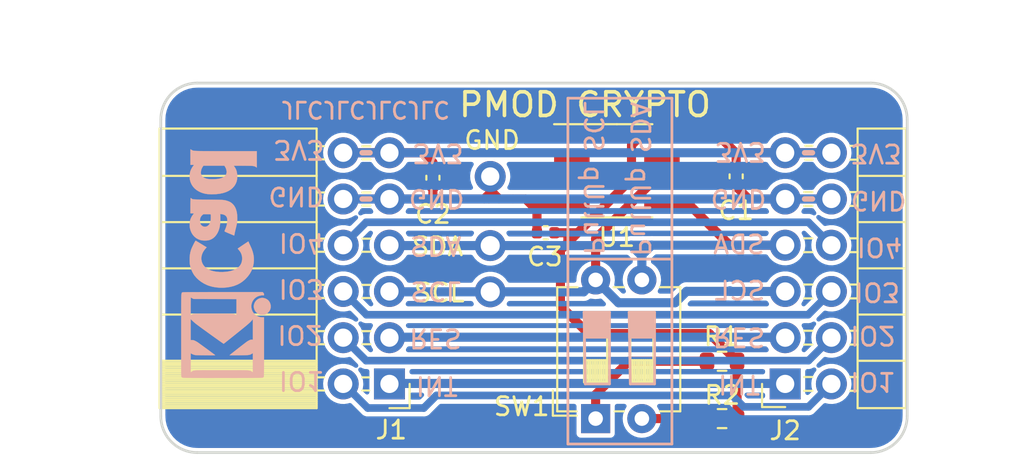
<source format=kicad_pcb>
(kicad_pcb (version 20211014) (generator pcbnew)
  (title_block (title "iCEBreaker PMOD - Hyperram") (rev "V1.0b") (company "1BitSquared") (comment 1 "2018 (C) 1BitSquared <info@1bitsquared.com>") (comment 2 "2018 (C) Piotr Esden-Tempski <piotr@esden.net>") (comment 3 "License: CC-BY-SA 4.0"))
  (layers (0 "F.Cu" signal) (31 "B.Cu" signal) (34 "B.Paste" user) (35 "F.Paste" user) (36 "B.SilkS" user "B.Silkscreen") (37 "F.SilkS" user "F.Silkscreen") (38 "B.Mask" user) (39 "F.Mask" user) (44 "Edge.Cuts" user))
  (net 0 "")
  (net 1 "GND")
  (net 2 "+3V3")
  (net 3 "Net-(R2-Pad2)")
  (net 4 "/SDA")
  (net 5 "/SCL")
  (net 6 "/IO4")
  (net 7 "/IO3")
  (net 8 "/IO2")
  (net 9 "/RESET")
  (net 10 "/IO1")
  (net 11 "/INT")
  (net 12 "Net-(R1-Pad2)")
  (footprint "Capacitor_SMD:C_0402_1005Metric" (layer "F.Cu") (at 187.8656 70.5684 -90)
    (fp_text reference "C1" (at 1.8796 0 180) (layer "F.SilkS"))
    (fp_text value "0.1uF")
    (pad "1" smd roundrect (at -0.48 0 270) (size 0.56 0.62) (layers "F.Cu" "F.Paste" "F.Mask") (net 2 "+3V3"))
    (pad "2" smd roundrect (at 0.48 0 270) (size 0.56 0.62) (layers "F.Cu" "F.Paste" "F.Mask") (net 1 "GND"))
  )
  (footprint "Resistor_SMD:R_0603_1608Metric" (layer "F.Cu") (at 187.0909 83.878 180)
    (fp_text reference "R2" (at -0.0127 1.2827) (layer "F.SilkS"))
    (fp_text value "4.7K")
    (pad "1" smd roundrect (at -0.825 0 180) (size 0.8 0.95) (layers "F.Cu" "F.Paste" "F.Mask") (net 2 "+3V3"))
    (pad "2" smd roundrect (at 0.825 0 180) (size 0.8 0.95) (layers "F.Cu" "F.Paste" "F.Mask") (net 3 "Net-(R2-Pad2)"))
  )
  (footprint "Resistor_SMD:R_0603_1608Metric" (layer "F.Cu") (at 187.0909 80.7284 180)
    (fp_text reference "R1" (at 0.0254 1.3589) (layer "F.SilkS"))
    (fp_text value "4.7K")
    (pad "1" smd roundrect (at -0.825 0 180) (size 0.8 0.95) (layers "F.Cu" "F.Paste" "F.Mask") (net 2 "+3V3"))
    (pad "2" smd roundrect (at 0.825 0 180) (size 0.8 0.95) (layers "F.Cu" "F.Paste" "F.Mask") (net 12 "Net-(R1-Pad2)"))
  )
  (footprint "FM4DD:PMODHeader_2x06_P2.54mm_Horizontal" (layer "F.Cu") (at 190.558 69.273)
    (fp_text reference "J2" (at 0 15.2654) (layer "F.SilkS"))
    (fp_text value "PMOD_02x06")
    (pad "1" thru_hole rect locked (at 0 12.7) (size 1.7 1.7) (drill 1) (layers *.Cu *.Mask) (net 11 "/INT"))
    (pad "2" thru_hole oval locked (at 0 10.16) (size 1.7 1.7) (drill 1) (layers *.Cu *.Mask) (net 9 "/RESET"))
    (pad "3" thru_hole oval locked (at 0 7.62) (size 1.7 1.7) (drill 1) (layers *.Cu *.Mask) (net 5 "/SCL"))
    (pad "4" thru_hole oval locked (at 0 5.08) (size 1.7 1.7) (drill 1) (layers *.Cu *.Mask) (net 4 "/SDA"))
    (pad "5" thru_hole oval locked (at 0 2.54) (size 1.7 1.7) (drill 1) (layers *.Cu *.Mask) (net 1 "GND"))
    (pad "6" thru_hole circle locked (at 0 0) (size 1.7 1.7) (drill 1) (layers *.Cu *.Mask) (net 2 "+3V3"))
    (pad "7" thru_hole circle locked (at 2.54 12.7) (size 1.7 1.7) (drill 1) (layers *.Cu *.Mask) (net 10 "/IO1"))
    (pad "8" thru_hole oval locked (at 2.54 10.16) (size 1.7 1.7) (drill 1) (layers *.Cu *.Mask) (net 8 "/IO2"))
    (pad "9" thru_hole oval locked (at 2.54 7.62) (size 1.7 1.7) (drill 1) (layers *.Cu *.Mask) (net 7 "/IO3"))
    (pad "10" thru_hole oval locked (at 2.54 5.08) (size 1.7 1.7) (drill 1) (layers *.Cu *.Mask) (net 6 "/IO4"))
    (pad "11" thru_hole oval locked (at 2.54 2.54) (size 1.7 1.7) (drill 1) (layers *.Cu *.Mask) (net 1 "GND"))
    (pad "12" thru_hole oval locked (at 2.54 0) (size 1.7 1.7) (drill 1) (layers *.Cu *.Mask) (net 2 "+3V3"))
  )
  (footprint "FM4DD:JLCPCB_Order_Number_Placeholder" (layer "F.Cu") (at 165.6152 66.5044)
    (fp_text reference "Ref**" hide)
    (fp_text value "JLCPCB_Order_Number_Placeholder")
    (fp_text user "JLCJLCJLCJLC" (at 1.8848 0.3956 180 unlocked) (layer "B.SilkS") (effects (font (size 0.9 0.9)) (justify mirror)))
  )
  (footprint "FM4DD:TestPoint_PinHeader_1x01_P2.54mm_Vertical" (layer "F.Cu") (at 174.3528 70.575)
    (fp_text reference "TP1" hide)
    (fp_text value "TestPoint_Conn_01x01")
    (pad "1" thru_hole circle locked (at 0 0) (size 1.7 1.7) (drill 1) (layers *.Cu *.Mask) (net 1 "GND"))
  )
  (footprint "FM4DD:PMODPinSocket_2x06_P2.54mm_Horizontal" (layer "F.Cu") (at 158.6556 81.973 180)
    (fp_text reference "J1" (at -10.2616 -2.5273) (layer "F.SilkS"))
    (fp_text value "PMOD_02x06")
    (pad "1" thru_hole rect locked (at -10.16 0 180) (size 1.7 1.7) (drill 1) (layers *.Cu *.Mask) (net 11 "/INT"))
    (pad "2" thru_hole oval locked (at -10.16 2.54 180) (size 1.7 1.7) (drill 1) (layers *.Cu *.Mask) (net 9 "/RESET"))
    (pad "3" thru_hole oval locked (at -10.16 5.08 180) (size 1.7 1.7) (drill 1) (layers *.Cu *.Mask) (net 5 "/SCL"))
    (pad "4" thru_hole oval locked (at -10.16 7.62 180) (size 1.7 1.7) (drill 1) (layers *.Cu *.Mask) (net 4 "/SDA"))
    (pad "5" thru_hole oval locked (at -10.16 10.16 180) (size 1.7 1.7) (drill 1) (layers *.Cu *.Mask) (net 1 "GND"))
    (pad "6" thru_hole oval locked (at -10.16 12.7 180) (size 1.7 1.7) (drill 1) (layers *.Cu *.Mask) (net 2 "+3V3"))
    (pad "7" thru_hole oval locked (at -7.62 0 180) (size 1.7 1.7) (drill 1) (layers *.Cu *.Mask) (net 10 "/IO1"))
    (pad "8" thru_hole oval locked (at -7.62 2.54 180) (size 1.7 1.7) (drill 1) (layers *.Cu *.Mask) (net 8 "/IO2"))
    (pad "9" thru_hole oval locked (at -7.62 5.08 180) (size 1.7 1.7) (drill 1) (layers *.Cu *.Mask) (net 7 "/IO3"))
    (pad "10" thru_hole oval locked (at -7.62 7.62 180) (size 1.7 1.7) (drill 1) (layers *.Cu *.Mask) (net 6 "/IO4"))
    (pad "11" thru_hole oval locked (at -7.62 10.16 180) (size 1.7 1.7) (drill 1) (layers *.Cu *.Mask) (net 1 "GND"))
    (pad "12" thru_hole oval locked (at -7.62 12.7 180) (size 1.7 1.7) (drill 1) (layers *.Cu *.Mask) (net 2 "+3V3"))
  )
  (footprint "Capacitor_SMD:C_0402_1005Metric" (layer "F.Cu") (at 171.2032 70.6446 -90)
    (fp_text reference "C2" (at 2.0066 0 180) (layer "F.SilkS"))
    (fp_text value "0.1uF")
    (pad "1" smd roundrect (at -0.48 0 270) (size 0.56 0.62) (layers "F.Cu" "F.Paste" "F.Mask") (net 2 "+3V3"))
    (pad "2" smd roundrect (at 0.48 0 270) (size 0.56 0.62) (layers "F.Cu" "F.Paste" "F.Mask") (net 1 "GND"))
  )
  (footprint "Capacitor_SMD:C_0402_1005Metric" (layer "F.Cu") (at 177.4008 73.6672 180)
    (fp_text reference "C3" (at 0.0508 -1.3208) (layer "F.SilkS"))
    (fp_text value "0.1uF")
    (pad "1" smd roundrect (at -0.48 0 180) (size 0.56 0.62) (layers "F.Cu" "F.Paste" "F.Mask") (net 2 "+3V3"))
    (pad "2" smd roundrect (at 0.48 0 180) (size 0.56 0.62) (layers "F.Cu" "F.Paste" "F.Mask") (net 1 "GND"))
  )
  (footprint "Package_SO:SOIC-8_3.9x4.9mm_P1.27mm" (layer "F.Cu") (at 181.3124 70.2636)
    (fp_text reference "U1" (at 0 3.6576) (layer "F.SilkS"))
    (fp_text value "ATECC508A")
    (pad "1" smd roundrect (at -2.475 -1.905) (size 1.95 0.6) (layers "F.Cu" "F.Paste" "F.Mask"))
    (pad "2" smd roundrect (at -2.475 -0.635) (size 1.95 0.6) (layers "F.Cu" "F.Paste" "F.Mask"))
    (pad "3" smd roundrect (at -2.475 0.635) (size 1.95 0.6) (layers "F.Cu" "F.Paste" "F.Mask"))
    (pad "4" smd roundrect (at -2.475 1.905) (size 1.95 0.6) (layers "F.Cu" "F.Paste" "F.Mask") (net 1 "GND"))
    (pad "5" smd roundrect (at 2.475 1.905) (size 1.95 0.6) (layers "F.Cu" "F.Paste" "F.Mask") (net 4 "/SDA"))
    (pad "6" smd roundrect (at 2.475 0.635) (size 1.95 0.6) (layers "F.Cu" "F.Paste" "F.Mask") (net 5 "/SCL"))
    (pad "7" smd roundrect (at 2.475 -0.635) (size 1.95 0.6) (layers "F.Cu" "F.Paste" "F.Mask"))
    (pad "8" smd roundrect (at 2.475 -1.905) (size 1.95 0.6) (layers "F.Cu" "F.Paste" "F.Mask") (net 2 "+3V3"))
  )
  (footprint "Button_Switch_THT:SW_DIP_SPSTx02_Slide_6.7x6.64mm_W7.62mm_P2.54mm_LowProfile" (layer "F.Cu") (at 180.144 83.878 90)
    (fp_text reference "SW1" (at 0.6604 -4.064 180) (layer "F.SilkS"))
    (fp_text value "SW_DIP_x02")
    (pad "1" thru_hole rect (at 0 0 90) (size 1.6 1.6) (drill 0.8) (layers *.Cu *.Mask) (net 12 "Net-(R1-Pad2)"))
    (pad "2" thru_hole oval (at 0 2.54 90) (size 1.6 1.6) (drill 0.8) (layers *.Cu *.Mask) (net 3 "Net-(R2-Pad2)"))
    (pad "3" thru_hole oval (at 7.62 2.54 90) (size 1.6 1.6) (drill 0.8) (layers *.Cu *.Mask) (net 4 "/SDA"))
    (pad "4" thru_hole oval (at 7.62 0 90) (size 1.6 1.6) (drill 0.8) (layers *.Cu *.Mask) (net 5 "/SCL"))
  )
  (footprint "FM4DD:Testpoint_PinHeader_1x02_P2.54mm_Vertical" (layer "F.Cu") (at 174.3528 74.3734)
    (fp_text reference "TP2" hide)
    (fp_text value "Conn_01x02")
    (pad "1" thru_hole circle locked (at 0 0) (size 1.7 1.7) (drill 1.05) (layers *.Cu *.Mask) (net 4 "/SDA"))
    (pad "2" thru_hole oval locked (at 0 2.54) (size 1.7 1.7) (drill 1.05) (layers *.Cu *.Mask) (net 5 "/SCL"))
  )
  (footprint "FM4DD:KiCad-Logo2_5mm_SilkScreen" (layer "B.Cu") (at 159.316 75.369 90)
    (fp_text reference "L1" hide)
    (fp_text value "Logo_KiCad_5mm" hide)
  )
  (gr_line (start 184.335 66.275) (end 178.62 66.2758) (layer "B.SilkS") (width 0.15))
  (gr_line (start 178.62 85.275) (end 184.335 85.275) (layer "B.SilkS") (width 0.15))
  (gr_poly (pts (xy 183.3825 79.433) (xy 181.9855 79.433) (xy 181.9855 78.036) (xy 183.3825 78.036)) (layer "B.SilkS") (width 0.1) (fill solid))
  (gr_line (start 181.9855 78.036) (end 183.3825 78.036) (layer "B.SilkS") (width 0.15))
  (gr_line (start 183.3825 78.036) (end 183.3825 81.973) (layer "B.SilkS") (width 0.15))
  (gr_line (start 181.9855 78.036) (end 182.049 81.973) (layer "B.SilkS") (width 0.15))
  (gr_line (start 183.3825 81.973) (end 182.049 81.973) (layer "B.SilkS") (width 0.15))
  (gr_line (start 167.317 71.813) (end 167.7488 71.813) (layer "B.SilkS") (width 0.3))
  (gr_line (start 184.335 85.275) (end 184.335 66.275) (layer "B.SilkS") (width 0.15))
  (gr_line (start 180.906 78.036) (end 180.906 81.973) (layer "B.SilkS") (width 0.15))
  (gr_line (start 167.317 69.273) (end 167.7488 69.273) (layer "B.SilkS") (width 0.3))
  (gr_poly (pts (xy 180.906 79.433) (xy 179.509 79.433) (xy 179.509 78.036) (xy 180.906 78.036)) (layer "B.SilkS") (width 0.1) (fill solid))
  (gr_line (start 180.906 81.973) (end 179.5725 81.973) (layer "B.SilkS") (width 0.15))
  (gr_line (start 178.62 75.115) (end 184.335 75.115) (layer "B.SilkS") (width 0.15))
  (gr_line (start 179.509 78.036) (end 179.5725 81.973) (layer "B.SilkS") (width 0.15))
  (gr_line (start 179.509 78.036) (end 180.906 78.036) (layer "B.SilkS") (width 0.15))
  (gr_line (start 191.6248 71.813) (end 192.0566 71.813) (layer "B.SilkS") (width 0.3))
  (gr_line (start 191.6248 69.273) (end 192.0566 69.273) (layer "B.SilkS") (width 0.3))
  (gr_line (start 178.62 85.275) (end 178.62 66.2758) (layer "B.SilkS") (width 0.15))
  (gr_arc (start 197.2612 83.7438) (mid 196.675414 85.158014) (end 195.2612 85.7438) (layer "Edge.Cuts") (width 0.15))
  (gr_line (start 197.2612 67.4438) (end 197.2612 83.7438) (layer "Edge.Cuts") (width 0.15))
  (gr_arc (start 195.2612 65.4438) (mid 196.675414 66.029586) (end 197.2612 67.4438) (layer "Edge.Cuts") (width 0.15))
  (gr_line (start 158.2546 65.4438) (end 195.2612 65.4438) (layer "Edge.Cuts") (width 0.15))
  (gr_line (start 195.2612 85.7438) (end 158.2546 85.7438) (layer "Edge.Cuts") (width 0.15))
  (gr_line (start 156.2546 83.7438) (end 156.2546 67.4438) (layer "Edge.Cuts") (width 0.15))
  (gr_arc (start 156.2546 67.4438) (mid 156.840386 66.029586) (end 158.2546 65.4438) (layer "Edge.Cuts") (width 0.15))
  (gr_arc (start 158.2546 85.7438) (mid 156.840386 85.158014) (end 156.2546 83.7438) (layer "Edge.Cuts") (width 0.15))
  (gr_text "3V3" (at 188.1069 69.2095 180) (layer "B.SilkS") (effects (font (size 1 1)) (justify mirror)))
  (gr_text "INT" (at 188.0307 81.9984 180) (layer "B.SilkS") (effects (font (size 1 1)) (justify mirror)))
  (gr_text "SCL" (at 171.3556 76.8676 180) (layer "B.SilkS") (effects (font (size 1 1)) (justify mirror)))
  (gr_text "RES" (at 171.3429 79.4584 180) (layer "B.SilkS") (effects (font (size 1 1)) (justify mirror)))
  (gr_text "INT" (at 171.4191 82.0746 180) (layer "B.SilkS") (effects (font (size 1 1)) (justify mirror)))
  (gr_text "3V3" (at 171.4953 69.2857 180) (layer "B.SilkS") (effects (font (size 1 1)) (justify mirror)))
  (gr_text "IO2" (at 163.9134 79.2679 180) (layer "B.SilkS") (effects (font (size 1 1)) (justify mirror)))
  (gr_text "3V3" (at 163.8499 69.0952 180) (layer "B.SilkS") (effects (font (size 1 1)) (justify mirror)))
  (gr_text "IO4" (at 163.9896 74.2133 180) (layer "B.SilkS") (effects (font (size 1 1)) (justify mirror)))
  (gr_text "GND" (at 163.6975 71.6606 180) (layer "B.SilkS") (effects (font (size 1 1)) (justify mirror)))
  (gr_text "IO1" (at 163.9896 81.7952 180) (layer "B.SilkS") (effects (font (size 1 1)) (justify mirror)))
  (gr_text "IO3" (at 163.9769 76.7406 180) (layer "B.SilkS") (effects (font (size 1 1)) (justify mirror)))
  (gr_text "PullUp SCL" (at 180.017 70.67 -90) (layer "B.SilkS") (effects (font (size 1 1)) (justify mirror)))
  (gr_text "SCL" (at 188.0688 76.8676) (layer "B.SilkS") (effects (font (size 1 1)) (justify mirror)))
  (gr_text "SDA" (at 171.3556 74.3784 180) (layer "B.SilkS") (effects (font (size 1 1)) (justify mirror)))
  (gr_text "GND" (at 171.4064 71.7876 180) (layer "B.SilkS") (effects (font (size 1 1)) (justify mirror)))
  (gr_text "3V3" (at 195.5618 69.2984 180) (layer "B.SilkS") (effects (font (size 1 1)) (justify mirror)))
  (gr_text "IO4" (at 195.7396 74.4546 180) (layer "B.SilkS") (effects (font (size 1 1)) (justify mirror)))
  (gr_text "SDA" (at 188.018 74.3276) (layer "B.SilkS") (effects (font (size 1 1)) (justify mirror)))
  (gr_text "IO1" (at 195.384 81.846 180) (layer "B.SilkS") (effects (font (size 1 1)) (justify mirror)))
  (gr_text "RES" (at 188.018 79.3949 180) (layer "B.SilkS") (effects (font (size 1 1)) (justify mirror)))
  (gr_text "PullUp SDA" (at 182.5824 70.7208 -90) (layer "B.SilkS") (effects (font (size 1 1)) (justify mirror)))
  (gr_text "IO3" (at 195.6126 76.9184 180) (layer "B.SilkS") (effects (font (size 1 1)) (justify mirror)))
  (gr_text "IO2" (at 195.384 79.306 180) (layer "B.SilkS") (effects (font (size 1 1)) (justify mirror)))
  (gr_text "GND" (at 195.6888 71.8892 180) (layer "B.SilkS") (effects (font (size 1 1)) (justify mirror)))
  (gr_text "GND" (at 187.9926 71.7876 180) (layer "B.SilkS") (effects (font (size 1 1)) (justify mirror)))
  (gr_text "SDA" (at 171.4572 74.4292) (layer "F.SilkS") (effects (font (size 1 1))))
  (gr_text "GND" (at 174.4544 68.5872) (layer "F.SilkS") (effects (font (size 1 1))))
  (gr_text "PMOD CRYPTO" (at 179.5598 66.6314) (layer "F.SilkS") (effects (font (size 1.3 1.3) (thickness 0.2))))
  (gr_text "SCL" (at 171.5588 76.9692) (layer "F.SilkS") (effects (font (size 1 1))))
  (segment (start 176.9208 73.6672) (end 176.9208 72.4252) (width 0.5) (layer "F.Cu") (net 1))
  (segment (start 174.8354 71.813) (end 175.5974 71.813) (width 0.5) (layer "F.Cu") (net 1))
  (segment (start 190.558 71.813) (end 188.5514 71.813) (width 0.5) (layer "F.Cu") (net 1))
  (segment (start 174.3528 71.7368) (end 174.2766 71.813) (width 0.5) (layer "F.Cu") (net 1))
  (segment (start 174.0226 71.813) (end 174.2766 71.813) (width 0.5) (layer "F.Cu") (net 1))
  (segment (start 174.3528 70.575) (end 174.3528 71.4828) (width 0.5) (layer "F.Cu") (net 1))
  (segment (start 174.3528 70.575) (end 174.3528 71.7368) (width 0.5) (layer "F.Cu") (net 1))
  (segment (start 174.3528 71.4828) (end 174.0226 71.813) (width 0.5) (layer "F.Cu") (net 1))
  (segment (start 174.3528 70.575) (end 174.3528 71.3304) (width 0.5) (layer "F.Cu") (net 1))
  (segment (start 174.3528 71.3304) (end 174.8354 71.813) (width 0.5) (layer "F.Cu") (net 1))
  (segment (start 190.558 71.813) (end 193.098 71.813) (width 0.5) (layer "F.Cu") (net 1))
  (segment (start 171.1778 71.813) (end 171.2032 71.7876) (width 0.5) (layer "F.Cu") (net 1))
  (segment (start 178.8374 72.1686) (end 176.6642 72.1686) (width 0.5) (layer "F.Cu") (net 1))
  (segment (start 168.8156 71.813) (end 171.1778 71.813) (width 0.5) (layer "F.Cu") (net 1))
  (segment (start 190.558 71.813) (end 189.9614 71.813) (width 0.5) (layer "F.Cu") (net 1))
  (segment (start 174.2766 71.813) (end 174.8354 71.813) (width 0.5) (layer "F.Cu") (net 1))
  (segment (start 176.6642 72.1686) (end 176.3086 71.813) (width 0.5) (layer "F.Cu") (net 1))
  (segment (start 187.8656 71.0484) (end 187.8656 71.1272) (width 0.5) (layer "F.Cu") (net 1))
  (segment (start 187.8656 71.1272) (end 188.5514 71.813) (width 0.5) (layer "F.Cu") (net 1))
  (segment (start 166.2756 71.813) (end 168.8156 71.813) (width 0.5) (layer "F.Cu") (net 1))
  (segment (start 176.3086 71.813) (end 175.5974 71.813) (width 0.5) (layer "F.Cu") (net 1))
  (segment (start 171.2032 71.1246) (end 171.2032 71.7876) (width 0.5) (layer "F.Cu") (net 1))
  (segment (start 176.9208 72.4252) (end 176.3086 71.813) (width 0.5) (layer "F.Cu") (net 1))
  (segment (start 171.1778 71.813) (end 174.0226 71.813) (width 0.5) (layer "F.Cu") (net 1))
  (segment (start 166.2756 71.813) (end 193.098 71.813) (width 0.5) (layer "B.Cu") (net 1))
  (segment (start 187.8656 69.2984) (end 187.8402 69.273) (width 0.5) (layer "F.Cu") (net 2))
  (segment (start 179.7376 79.2044) (end 178.2136 77.6804) (width 0.5) (layer "F.Cu") (net 2))
  (segment (start 183.7874 68.3586) (end 186.9258 68.3586) (width 0.5) (layer "F.Cu") (net 2))
  (segment (start 177.8808 73.6672) (end 178.62 73.6672) (width 0.5) (layer "F.Cu") (net 2))
  (segment (start 186.9258 68.3586) (end 187.8402 69.273) (width 0.5) (layer "F.Cu") (net 2))
  (segment (start 190.558 69.273) (end 187.8402 69.273) (width 0.5) (layer "F.Cu") (net 2))
  (segment (start 171.2032 69.8064) (end 170.6698 69.273) (width 0.5) (layer "F.Cu") (net 2))
  (segment (start 178.2136 74.615928) (end 179.162328 73.6672) (width 0.5) (layer "F.Cu") (net 2))
  (segment (start 178.62 73.6672) (end 179.162328 73.6672) (width 0.5) (layer "F.Cu") (net 2))
  (segment (start 170.6698 69.273) (end 168.8156 69.273) (width 0.5) (layer "F.Cu") (net 2))
  (segment (start 182.115056 68.851344) (end 182.5824 68.384) (width 0.5) (layer "F.Cu") (net 2))
  (segment (start 187.9159 81.13) (end 187.9159 83.8907) (width 0.5) (layer "F.Cu") (net 2))
  (segment (start 178.2136 77.6804) (end 178.2136 74.615928) (width 0.5) (layer "F.Cu") (net 2))
  (segment (start 166.2756 69.273) (end 168.8156 69.273) (width 0.5) (layer "F.Cu") (net 2))
  (segment (start 187.9159 81.0332) (end 187.8905 81.0078) (width 0.5) (layer "F.Cu") (net 2))
  (segment (start 178.62 73.6672) (end 178.62 74.209528) (width 0.5) (layer "F.Cu") (net 2))
  (segment (start 183.762 68.384) (end 183.7874 68.3586) (width 0.5) (layer "F.Cu") (net 2))
  (segment (start 182.115056 70.714472) (end 182.115056 68.851344) (width 0.5) (layer "F.Cu") (net 2))
  (segment (start 190.558 69.273) (end 193.098 69.273) (width 0.5) (layer "F.Cu") (net 2))
  (segment (start 187.8656 70.0884) (end 187.8656 69.2984) (width 0.5) (layer "F.Cu") (net 2))
  (segment (start 179.7376 79.2044) (end 186.3919 79.2044) (width 0.5) (layer "F.Cu") (net 2))
  (segment (start 178.62 74.209528) (end 178.2136 74.615928) (width 0.5) (layer "F.Cu") (net 2))
  (segment (start 171.2032 70.1646) (end 171.2032 69.8064) (width 0.5) (layer "F.Cu") (net 2))
  (segment (start 182.5824 68.384) (end 183.762 68.384) (width 0.5) (layer "F.Cu") (net 2))
  (segment (start 186.3919 79.2044) (end 187.9159 80.7284) (width 0.5) (layer "F.Cu") (net 2))
  (segment (start 179.162328 73.6672) (end 182.115056 70.714472) (width 0.5) (layer "F.Cu") (net 2))
  (segment (start 166.2756 69.273) (end 193.098 69.273) (width 0.5) (layer "B.Cu") (net 2))
  (segment (start 186.2659 83.878) (end 182.684 83.878) (width 0.5) (layer "F.Cu") (net 3))
  (segment (start 187.515 74.353) (end 187.51 74.348) (width 0.5) (layer "F.Cu") (net 4))
  (segment (start 190.558 74.353) (end 187.515 74.353) (width 0.5) (layer "F.Cu") (net 4))
  (segment (start 174.3274 74.353) (end 174.3528 74.3784) (width 0.5) (layer "F.Cu") (net 4))
  (segment (start 183.7874 72.1686) (end 185.3306 72.1686) (width 0.5) (layer "F.Cu") (net 4))
  (segment (start 185.3306 72.1686) (end 187.51 74.348) (width 0.5) (layer "F.Cu") (net 4))
  (segment (start 190.553 74.348) (end 190.558 74.353) (width 0.34) (layer "B.Cu") (net 4))
  (segment (start 182.684 74.8864) (end 183.2174 74.353) (width 0.5) (layer "B.Cu") (net 4))
  (segment (start 190.5453 74.3403) (end 190.558 74.353) (width 0.5) (layer "B.Cu") (net 4))
  (segment (start 182.0998 74.353) (end 182.0794 74.3734) (width 0.5) (layer "B.Cu") (net 4))
  (segment (start 190.5326 74.3276) (end 190.558 74.353) (width 0.5) (layer "B.Cu") (net 4))
  (segment (start 174.3324 74.353) (end 174.3528 74.3734) (width 0.5) (layer "B.Cu") (net 4))
  (segment (start 182.684 74.3784) (end 182.7094 74.353) (width 0.5) (layer "B.Cu") (net 4))
  (segment (start 182.7094 74.353) (end 182.0998 74.353) (width 0.5) (layer "B.Cu") (net 4))
  (segment (start 174.3732 74.353) (end 174.3528 74.3734) (width 0.5) (layer "B.Cu") (net 4))
  (segment (start 182.684 76.258) (end 182.684 75.0388) (width 0.5) (layer "B.Cu") (net 4))
  (segment (start 168.836 74.3734) (end 168.8156 74.353) (width 0.5) (layer "B.Cu") (net 4))
  (segment (start 182.684 75.0388) (end 182.684 74.3784) (width 0.5) (layer "B.Cu") (net 4))
  (segment (start 182.684 74.9372) (end 182.684 74.8864) (width 0.5) (layer "B.Cu") (net 4))
  (segment (start 182.684 74.9372) (end 182.0998 74.353) (width 0.5) (layer "B.Cu") (net 4))
  (segment (start 190.558 74.353) (end 183.2174 74.353) (width 0.5) (layer "B.Cu") (net 4))
  (segment (start 182.684 75.0388) (end 182.684 74.9372) (width 0.5) (layer "B.Cu") (net 4))
  (segment (start 174.3528 74.3734) (end 168.836 74.3734) (width 0.5) (layer "B.Cu") (net 4))
  (segment (start 183.2174 74.353) (end 182.7094 74.353) (width 0.5) (layer "B.Cu") (net 4))
  (segment (start 182.0794 74.3734) (end 174.3528 74.3734) (width 0.5) (layer "B.Cu") (net 4))
  (segment (start 168.836 76.9134) (end 168.8156 76.893) (width 0.5) (layer "F.Cu") (net 5))
  (segment (start 183.233872 70.8986) (end 183.7874 70.8986) (width 0.5) (layer "F.Cu") (net 5))
  (segment (start 180.144 73.988472) (end 183.233872 70.8986) (width 0.5) (layer "F.Cu") (net 5))
  (segment (start 180.144 76.258) (end 180.144 73.988472) (width 0.5) (layer "F.Cu") (net 5))
  (segment (start 174.3274 76.893) (end 174.3528 76.9184) (width 0.5) (layer "F.Cu") (net 5))
  (segment (start 185.138279 76.888) (end 184.5128 77.513479) (width 0.5) (layer "B.Cu") (net 5))
  (segment (start 181.399479 77.513479) (end 180.144 76.258) (width 0.5) (layer "B.Cu") (net 5))
  (segment (start 187.5608 76.893) (end 187.5227 76.8549) (width 0.5) (layer "B.Cu") (net 5))
  (segment (start 179.4886 76.9134) (end 180.144 76.258) (width 0.5) (layer "B.Cu") (net 5))
  (segment (start 180.144 76.4612) (end 180.144 76.258) (width 0.42) (layer "B.Cu") (net 5))
  (segment (start 184.5128 77.513479) (end 181.399479 77.513479) (width 0.5) (layer "B.Cu") (net 5))
  (segment (start 190.558 76.893) (end 187.5608 76.893) (width 0.5) (layer "B.Cu") (net 5))
  (segment (start 168.836 76.9134) (end 168.8156 76.893) (width 0.5) (layer "B.Cu") (net 5))
  (segment (start 174.3528 76.9134) (end 179.4886 76.9134) (width 0.5) (layer "B.Cu") (net 5))
  (segment (start 174.3528 76.9134) (end 168.836 76.9134) (width 0.5) (layer "B.Cu") (net 5))
  (segment (start 187.51 76.888) (end 185.138279 76.888) (width 0.5) (layer "B.Cu") (net 5))
  (segment (start 174.3224 76.893) (end 174.3528 76.8626) (width 0.5) (layer "B.Cu") (net 5))
  (segment (start 191.837999 73.092999) (end 193.098 74.353) (width 0.42) (layer "B.Cu") (net 6))
  (segment (start 167.535601 73.092999) (end 191.837999 73.092999) (width 0.42) (layer "B.Cu") (net 6))
  (segment (start 166.2756 74.353) (end 167.535601 73.092999) (width 0.42) (layer "B.Cu") (net 6))
  (segment (start 166.2756 76.893) (end 167.555599 78.172999) (width 0.42) (layer "B.Cu") (net 7))
  (segment (start 167.555599 78.172999) (end 191.818001 78.172999) (width 0.42) (layer "B.Cu") (net 7))
  (segment (start 191.818001 78.172999) (end 193.098 76.893) (width 0.42) (layer "B.Cu") (net 7))
  (segment (start 167.535601 80.693001) (end 191.837999 80.693001) (width 0.42) (layer "B.Cu") (net 8))
  (segment (start 166.2756 79.433) (end 167.535601 80.693001) (width 0.42) (layer "B.Cu") (net 8))
  (segment (start 191.837999 80.693001) (end 193.098 79.433) (width 0.42) (layer "B.Cu") (net 8))
  (segment (start 168.8156 79.4076) (end 190.5326 79.4076) (width 0.5) (layer "B.Cu") (net 9))
  (segment (start 190.5326 79.4076) (end 190.558 79.433) (width 0.5) (layer "B.Cu") (net 9))
  (segment (start 188.274701 83.233001) (end 187.64931 82.60761) (width 0.42) (layer "B.Cu") (net 10))
  (segment (start 187.64931 82.60761) (end 171.39409 82.60761) (width 0.42) (layer "B.Cu") (net 10))
  (segment (start 170.704099 83.297601) (end 167.625601 83.297601) (width 0.42) (layer "B.Cu") (net 10))
  (segment (start 191.837999 83.233001) (end 188.274701 83.233001) (width 0.42) (layer "B.Cu") (net 10))
  (segment (start 167.625601 83.297601) (end 166.2756 81.9476) (width 0.42) (layer "B.Cu") (net 10))
  (segment (start 171.39409 82.60761) (end 170.704099 83.297601) (width 0.42) (layer "B.Cu") (net 10))
  (segment (start 193.098 81.973) (end 191.837999 83.233001) (width 0.42) (layer "B.Cu") (net 10))
  (segment (start 168.8156 81.9476) (end 190.5326 81.9476) (width 0.5) (layer "B.Cu") (net 11))
  (segment (start 190.5326 81.9476) (end 190.558 81.973) (width 0.5) (layer "B.Cu") (net 11))
  (segment (start 180.144 82.5572) (end 180.144 83.878) (width 0.5) (layer "F.Cu") (net 12))
  (segment (start 181.9728 80.7284) (end 180.144 82.5572) (width 0.5) (layer "F.Cu") (net 12))
  (segment (start 186.2659 80.7284) (end 181.9728 80.7284) (width 0.5) (layer "F.Cu") (net 12))
  (zone (net 0) (net_name "") (layer "B.Cu") (connect_pads (clearance 0.25)) (min_thickness 0.254) (fill yes (thermal_gap 0.508) (thermal_bridge_width 0.508))
    (polygon (pts (xy 197.66492 65.1836) (xy 197.66492 86.08272) (xy 156.1156 86.164) (xy 156.1156 65.17852)))
  )
)
</source>
